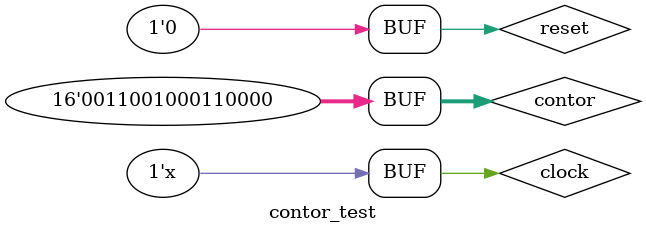
<source format=v>
`timescale 1ns / 1ps


module contor_test;

	// Inputs
	reg [15:0] contor;
	reg reset;
	reg clock;

	// Outputs
	wire [7:0] ascii_out;
	wire done;

	// Instantiate the Unit Under Test (UUT)
	contor uut (
		.contor(contor), 
		.ascii_out(ascii_out), 
		.done(done), 
		.reset(reset), 
		.clock(clock)
	);

always@(clock)
  #5 clock <= ~clock;


initial
begin
  clock = 1;
  reset = 1;
  contor = "20";
  #1;
  #10;
  reset = 0;
  #10;
end 
endmodule


</source>
